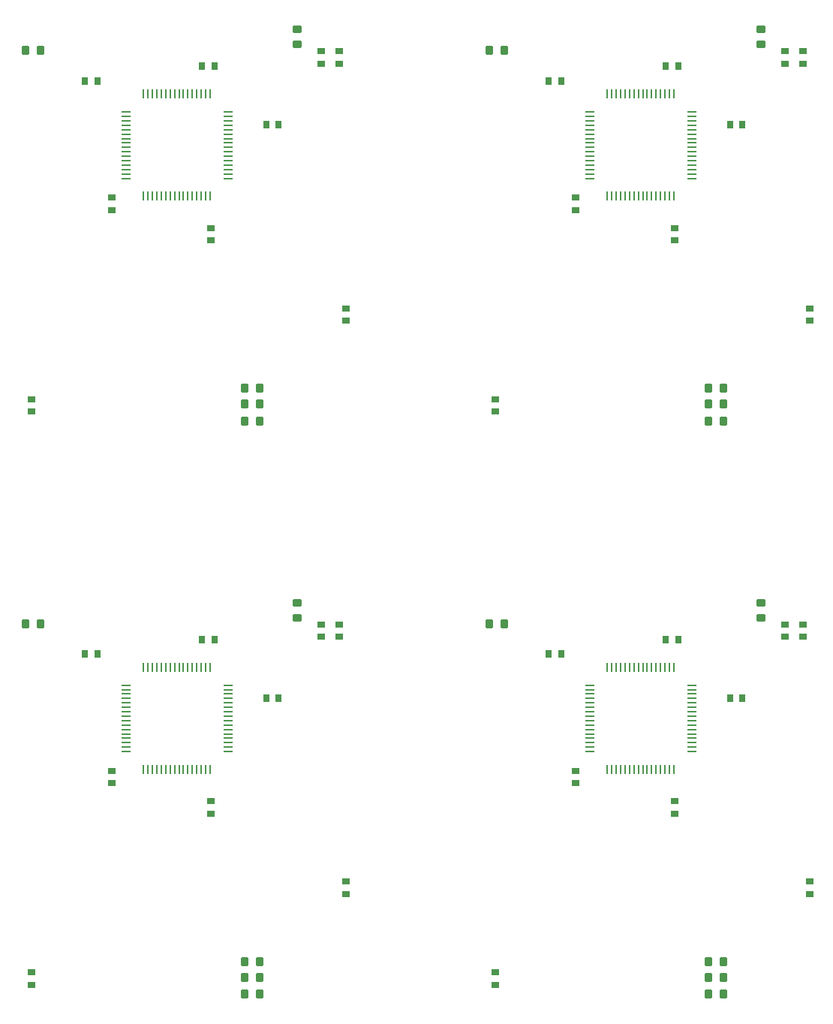
<source format=gtp>
G04 Layer_Color=8421504*
%FSLAX25Y25*%
%MOIN*%
G70*
G01*
G75*
G04:AMPARAMS|DCode=12|XSize=39.37mil|YSize=35.43mil|CornerRadius=4.43mil|HoleSize=0mil|Usage=FLASHONLY|Rotation=90.000|XOffset=0mil|YOffset=0mil|HoleType=Round|Shape=RoundedRectangle|*
%AMROUNDEDRECTD12*
21,1,0.03937,0.02657,0,0,90.0*
21,1,0.03051,0.03543,0,0,90.0*
1,1,0.00886,0.01329,0.01526*
1,1,0.00886,0.01329,-0.01526*
1,1,0.00886,-0.01329,-0.01526*
1,1,0.00886,-0.01329,0.01526*
%
%ADD12ROUNDEDRECTD12*%
%ADD13R,0.03740X0.02953*%
%ADD14R,0.02953X0.03740*%
G04:AMPARAMS|DCode=15|XSize=39.37mil|YSize=35.43mil|CornerRadius=4.43mil|HoleSize=0mil|Usage=FLASHONLY|Rotation=0.000|XOffset=0mil|YOffset=0mil|HoleType=Round|Shape=RoundedRectangle|*
%AMROUNDEDRECTD15*
21,1,0.03937,0.02657,0,0,0.0*
21,1,0.03051,0.03543,0,0,0.0*
1,1,0.00886,0.01526,-0.01329*
1,1,0.00886,-0.01526,-0.01329*
1,1,0.00886,-0.01526,0.01329*
1,1,0.00886,0.01526,0.01329*
%
%ADD15ROUNDEDRECTD15*%
%ADD37R,0.04424X0.00881*%
%ADD38R,0.00881X0.04424*%
D12*
X138347Y48000D02*
D03*
X131653D02*
D03*
X138347Y41000D02*
D03*
X131653D02*
D03*
X138347Y33500D02*
D03*
X131653D02*
D03*
X34154Y198000D02*
D03*
X40846D02*
D03*
X344346Y48000D02*
D03*
X337653D02*
D03*
X344346Y41000D02*
D03*
X337653D02*
D03*
X344346Y33500D02*
D03*
X337653D02*
D03*
X240154Y198000D02*
D03*
X246847D02*
D03*
X138347Y302500D02*
D03*
X131653D02*
D03*
X138347Y295500D02*
D03*
X131653D02*
D03*
X138347Y288000D02*
D03*
X131653D02*
D03*
X34154Y452500D02*
D03*
X40846D02*
D03*
X344346Y302500D02*
D03*
X337653D02*
D03*
X344346Y295500D02*
D03*
X337653D02*
D03*
X344346Y288000D02*
D03*
X337653D02*
D03*
X240154Y452500D02*
D03*
X246847D02*
D03*
D13*
X176500Y77988D02*
D03*
Y83500D02*
D03*
X37000Y43256D02*
D03*
Y37744D02*
D03*
X173500Y192244D02*
D03*
Y197756D02*
D03*
X165500Y192244D02*
D03*
Y197756D02*
D03*
X116500Y113744D02*
D03*
Y119256D02*
D03*
X72500Y127244D02*
D03*
Y132756D02*
D03*
X382500Y77988D02*
D03*
Y83500D02*
D03*
X243000Y43256D02*
D03*
Y37744D02*
D03*
X379500Y192244D02*
D03*
Y197756D02*
D03*
X371500Y192244D02*
D03*
Y197756D02*
D03*
X322500Y113744D02*
D03*
Y119256D02*
D03*
X278500Y127244D02*
D03*
Y132756D02*
D03*
X176500Y332488D02*
D03*
Y338000D02*
D03*
X37000Y297756D02*
D03*
Y292244D02*
D03*
X173500Y446744D02*
D03*
Y452256D02*
D03*
X165500Y446744D02*
D03*
Y452256D02*
D03*
X116500Y368244D02*
D03*
Y373756D02*
D03*
X72500Y381744D02*
D03*
Y387256D02*
D03*
X382500Y332488D02*
D03*
Y338000D02*
D03*
X243000Y297756D02*
D03*
Y292244D02*
D03*
X379500Y446744D02*
D03*
Y452256D02*
D03*
X371500Y446744D02*
D03*
Y452256D02*
D03*
X322500Y368244D02*
D03*
Y373756D02*
D03*
X278500Y381744D02*
D03*
Y387256D02*
D03*
D14*
X118256Y191000D02*
D03*
X112744D02*
D03*
X60744Y184500D02*
D03*
X66256D02*
D03*
X146756Y165000D02*
D03*
X141244D02*
D03*
X324256Y191000D02*
D03*
X318744D02*
D03*
X266744Y184500D02*
D03*
X272256D02*
D03*
X352756Y165000D02*
D03*
X347244D02*
D03*
X118256Y445500D02*
D03*
X112744D02*
D03*
X60744Y439000D02*
D03*
X66256D02*
D03*
X146756Y419500D02*
D03*
X141244D02*
D03*
X324256Y445500D02*
D03*
X318744D02*
D03*
X266744Y439000D02*
D03*
X272256D02*
D03*
X352756Y419500D02*
D03*
X347244D02*
D03*
D15*
X155000Y200654D02*
D03*
Y207347D02*
D03*
X361000Y200654D02*
D03*
Y207347D02*
D03*
X155000Y455154D02*
D03*
Y461846D02*
D03*
X361000Y455154D02*
D03*
Y461846D02*
D03*
D37*
X124138Y141236D02*
D03*
Y143205D02*
D03*
Y145173D02*
D03*
Y147142D02*
D03*
Y149110D02*
D03*
Y151079D02*
D03*
Y153047D02*
D03*
Y155016D02*
D03*
Y156984D02*
D03*
Y158953D02*
D03*
Y160921D02*
D03*
Y162890D02*
D03*
Y164858D02*
D03*
Y166827D02*
D03*
Y168795D02*
D03*
Y170764D02*
D03*
X78862D02*
D03*
Y168795D02*
D03*
Y166827D02*
D03*
Y164858D02*
D03*
Y162890D02*
D03*
Y160921D02*
D03*
Y158953D02*
D03*
Y156984D02*
D03*
Y155016D02*
D03*
Y153047D02*
D03*
Y151079D02*
D03*
Y149110D02*
D03*
Y147142D02*
D03*
Y145173D02*
D03*
Y143205D02*
D03*
Y141236D02*
D03*
X330138D02*
D03*
Y143205D02*
D03*
Y145173D02*
D03*
Y147142D02*
D03*
Y149110D02*
D03*
Y151079D02*
D03*
Y153047D02*
D03*
Y155016D02*
D03*
Y156984D02*
D03*
Y158953D02*
D03*
Y160921D02*
D03*
Y162890D02*
D03*
Y164858D02*
D03*
Y166827D02*
D03*
Y168795D02*
D03*
Y170764D02*
D03*
X284862D02*
D03*
Y168795D02*
D03*
Y166827D02*
D03*
Y164858D02*
D03*
Y162890D02*
D03*
Y160921D02*
D03*
Y158953D02*
D03*
Y156984D02*
D03*
Y155016D02*
D03*
Y153047D02*
D03*
Y151079D02*
D03*
Y149110D02*
D03*
Y147142D02*
D03*
Y145173D02*
D03*
Y143205D02*
D03*
Y141236D02*
D03*
X124138Y395736D02*
D03*
Y397705D02*
D03*
Y399673D02*
D03*
Y401642D02*
D03*
Y403610D02*
D03*
Y405579D02*
D03*
Y407547D02*
D03*
Y409516D02*
D03*
Y411484D02*
D03*
Y413453D02*
D03*
Y415421D02*
D03*
Y417390D02*
D03*
Y419358D02*
D03*
Y421327D02*
D03*
Y423295D02*
D03*
Y425264D02*
D03*
X78862D02*
D03*
Y423295D02*
D03*
Y421327D02*
D03*
Y419358D02*
D03*
Y417390D02*
D03*
Y415421D02*
D03*
Y413453D02*
D03*
Y411484D02*
D03*
Y409516D02*
D03*
Y407547D02*
D03*
Y405579D02*
D03*
Y403610D02*
D03*
Y401642D02*
D03*
Y399673D02*
D03*
Y397705D02*
D03*
Y395736D02*
D03*
X330138D02*
D03*
Y397705D02*
D03*
Y399673D02*
D03*
Y401642D02*
D03*
Y403610D02*
D03*
Y405579D02*
D03*
Y407547D02*
D03*
Y409516D02*
D03*
Y411484D02*
D03*
Y413453D02*
D03*
Y415421D02*
D03*
Y417390D02*
D03*
Y419358D02*
D03*
Y421327D02*
D03*
Y423295D02*
D03*
Y425264D02*
D03*
X284862D02*
D03*
Y423295D02*
D03*
Y421327D02*
D03*
Y419358D02*
D03*
Y417390D02*
D03*
Y415421D02*
D03*
Y413453D02*
D03*
Y411484D02*
D03*
Y409516D02*
D03*
Y407547D02*
D03*
Y405579D02*
D03*
Y403610D02*
D03*
Y401642D02*
D03*
Y399673D02*
D03*
Y397705D02*
D03*
Y395736D02*
D03*
D38*
X116264Y178638D02*
D03*
X114295D02*
D03*
X112327D02*
D03*
X110358D02*
D03*
X108390D02*
D03*
X106421D02*
D03*
X104453D02*
D03*
X102484D02*
D03*
X100516D02*
D03*
X98547D02*
D03*
X96579D02*
D03*
X94610D02*
D03*
X92642D02*
D03*
X90673D02*
D03*
X88705D02*
D03*
X86736D02*
D03*
Y133362D02*
D03*
X88705D02*
D03*
X90673D02*
D03*
X92642D02*
D03*
X94610D02*
D03*
X96579D02*
D03*
X98547D02*
D03*
X100516D02*
D03*
X102484D02*
D03*
X104453D02*
D03*
X106421D02*
D03*
X108390D02*
D03*
X110358D02*
D03*
X112327D02*
D03*
X114295D02*
D03*
X116264D02*
D03*
X322264Y178638D02*
D03*
X320295D02*
D03*
X318327D02*
D03*
X316358D02*
D03*
X314390D02*
D03*
X312421D02*
D03*
X310453D02*
D03*
X308484D02*
D03*
X306516D02*
D03*
X304547D02*
D03*
X302579D02*
D03*
X300610D02*
D03*
X298642D02*
D03*
X296673D02*
D03*
X294705D02*
D03*
X292736D02*
D03*
Y133362D02*
D03*
X294705D02*
D03*
X296673D02*
D03*
X298642D02*
D03*
X300610D02*
D03*
X302579D02*
D03*
X304547D02*
D03*
X306516D02*
D03*
X308484D02*
D03*
X310453D02*
D03*
X312421D02*
D03*
X314390D02*
D03*
X316358D02*
D03*
X318327D02*
D03*
X320295D02*
D03*
X322264D02*
D03*
X116264Y433138D02*
D03*
X114295D02*
D03*
X112327D02*
D03*
X110358D02*
D03*
X108390D02*
D03*
X106421D02*
D03*
X104453D02*
D03*
X102484D02*
D03*
X100516D02*
D03*
X98547D02*
D03*
X96579D02*
D03*
X94610D02*
D03*
X92642D02*
D03*
X90673D02*
D03*
X88705D02*
D03*
X86736D02*
D03*
Y387862D02*
D03*
X88705D02*
D03*
X90673D02*
D03*
X92642D02*
D03*
X94610D02*
D03*
X96579D02*
D03*
X98547D02*
D03*
X100516D02*
D03*
X102484D02*
D03*
X104453D02*
D03*
X106421D02*
D03*
X108390D02*
D03*
X110358D02*
D03*
X112327D02*
D03*
X114295D02*
D03*
X116264D02*
D03*
X322264Y433138D02*
D03*
X320295D02*
D03*
X318327D02*
D03*
X316358D02*
D03*
X314390D02*
D03*
X312421D02*
D03*
X310453D02*
D03*
X308484D02*
D03*
X306516D02*
D03*
X304547D02*
D03*
X302579D02*
D03*
X300610D02*
D03*
X298642D02*
D03*
X296673D02*
D03*
X294705D02*
D03*
X292736D02*
D03*
Y387862D02*
D03*
X294705D02*
D03*
X296673D02*
D03*
X298642D02*
D03*
X300610D02*
D03*
X302579D02*
D03*
X304547D02*
D03*
X306516D02*
D03*
X308484D02*
D03*
X310453D02*
D03*
X312421D02*
D03*
X314390D02*
D03*
X316358D02*
D03*
X318327D02*
D03*
X320295D02*
D03*
X322264D02*
D03*
M02*

</source>
